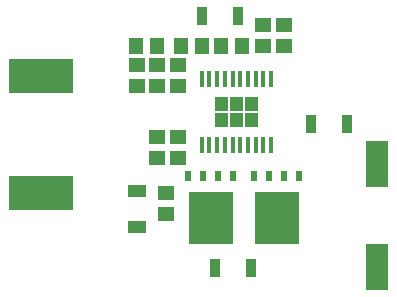
<source format=gtp>
G04*
G04 #@! TF.GenerationSoftware,Altium Limited,Altium Designer,20.0.8 (157)*
G04*
G04 Layer_Color=8421504*
%FSLAX24Y24*%
%MOIN*%
G70*
G01*
G75*
%ADD15R,0.2126X0.1142*%
%ADD16R,0.0591X0.0413*%
%ADD17R,0.0197X0.0335*%
%ADD18R,0.1457X0.1752*%
%ADD19R,0.0350X0.0630*%
%ADD20R,0.0551X0.0472*%
%ADD21R,0.0472X0.0551*%
%ADD22R,0.0720X0.1540*%
%ADD23R,0.0140X0.0580*%
G36*
X39121Y34639D02*
X38693D01*
Y35101D01*
X39121D01*
Y34639D01*
D02*
G37*
G36*
X38614D02*
X38186D01*
Y35101D01*
X38614D01*
Y34639D01*
D02*
G37*
G36*
X38107D02*
X37679D01*
Y35101D01*
X38107D01*
Y34639D01*
D02*
G37*
G36*
X39121Y34099D02*
X38693D01*
Y34561D01*
X39121D01*
Y34099D01*
D02*
G37*
G36*
X38614D02*
X38186D01*
Y34561D01*
X38614D01*
Y34099D01*
D02*
G37*
G36*
X38107D02*
X37679D01*
Y34561D01*
X38107D01*
Y34099D01*
D02*
G37*
D15*
X31900Y35799D02*
D03*
Y31901D02*
D03*
D16*
X35100Y30750D02*
D03*
Y31950D02*
D03*
D17*
X40502Y32450D02*
D03*
X40000Y32450D02*
D03*
X39499Y32451D02*
D03*
X38997Y32450D02*
D03*
X38302Y32450D02*
D03*
X37800Y32450D02*
D03*
X37299Y32451D02*
D03*
X36797Y32450D02*
D03*
D18*
X39746Y31054D02*
D03*
X37546D02*
D03*
D19*
X38900Y29400D02*
D03*
X37700D02*
D03*
X42100Y34200D02*
D03*
X40900D02*
D03*
X37250Y37800D02*
D03*
X38450D02*
D03*
D20*
X36450Y33046D02*
D03*
Y33754D02*
D03*
X36050Y31196D02*
D03*
Y31904D02*
D03*
X35750Y33046D02*
D03*
Y33754D02*
D03*
X40000Y36796D02*
D03*
Y37504D02*
D03*
X39300Y36796D02*
D03*
Y37504D02*
D03*
X36450Y36154D02*
D03*
Y35446D02*
D03*
X35750Y35446D02*
D03*
Y36154D02*
D03*
X35080Y35454D02*
D03*
Y36162D02*
D03*
D21*
X38604Y36800D02*
D03*
X37896D02*
D03*
X36546Y36800D02*
D03*
X37254D02*
D03*
X35046D02*
D03*
X35754D02*
D03*
D22*
X43100Y32865D02*
D03*
Y29435D02*
D03*
D23*
X39552Y33490D02*
D03*
X39296D02*
D03*
X39040D02*
D03*
X38784D02*
D03*
X38528D02*
D03*
X38272D02*
D03*
X38016D02*
D03*
X37760D02*
D03*
X37504D02*
D03*
X37248D02*
D03*
Y35710D02*
D03*
X37504D02*
D03*
X37760D02*
D03*
X38016D02*
D03*
X38272D02*
D03*
X38528D02*
D03*
X38784D02*
D03*
X39040D02*
D03*
X39296D02*
D03*
X39552D02*
D03*
M02*

</source>
